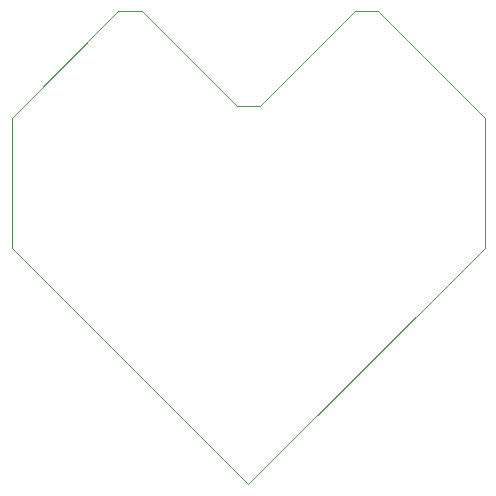
<source format=gbr>
%TF.GenerationSoftware,KiCad,Pcbnew,9.0.6*%
%TF.CreationDate,2026-01-31T16:43:30+03:00*%
%TF.ProjectId,st-valentine-postcard,73742d76-616c-4656-9e74-696e652d706f,rev?*%
%TF.SameCoordinates,Original*%
%TF.FileFunction,Profile,NP*%
%FSLAX46Y46*%
G04 Gerber Fmt 4.6, Leading zero omitted, Abs format (unit mm)*
G04 Created by KiCad (PCBNEW 9.0.6) date 2026-01-31 16:43:30*
%MOMM*%
%LPD*%
G01*
G04 APERTURE LIST*
%TA.AperFunction,Profile*%
%ADD10C,0.050000*%
%TD*%
G04 APERTURE END LIST*
D10*
X139000000Y-70000000D02*
X130000000Y-79000000D01*
X170000000Y-79000000D02*
X161000000Y-70000000D01*
X151000000Y-78000000D02*
X149000000Y-78000000D01*
X159000000Y-70000000D02*
X151000000Y-78000000D01*
X161000000Y-70000000D02*
X159000000Y-70000000D01*
X130000000Y-90000000D02*
X150000000Y-110000000D01*
X149000000Y-78000000D02*
X141000000Y-70000000D01*
X150000000Y-110000000D02*
X170000000Y-90000000D01*
X130000000Y-79000000D02*
X130000000Y-90000000D01*
X170000000Y-90000000D02*
X170000000Y-79000000D01*
X141000000Y-70000000D02*
X139000000Y-70000000D01*
M02*

</source>
